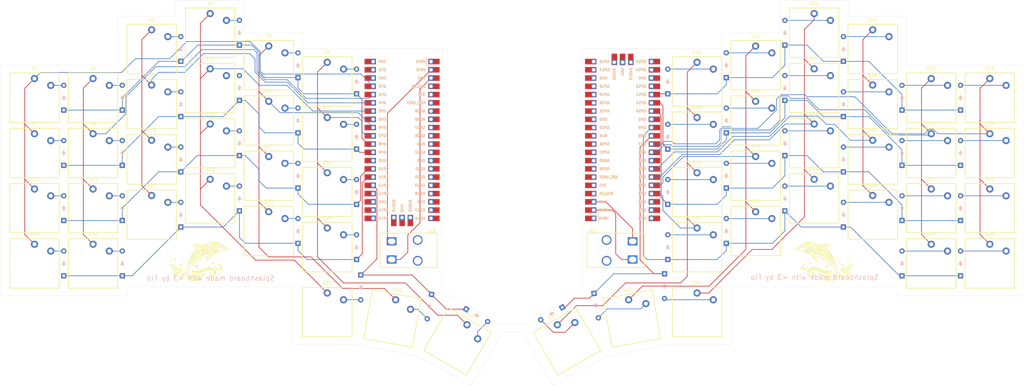
<source format=kicad_pcb>
(kicad_pcb (version 20240108) (generator "pcbnew") (generator_version "8.0")
  (layers (0 "F.Cu" signal) (31 "B.Cu" signal) (34 "B.Paste" user) (35 "F.Paste" user) (36 "B.SilkS" user "B.Silkscreen") (37 "F.SilkS" user "F.Silkscreen") (38 "B.Mask" user) (39 "F.Mask" user) (44 "Edge.Cuts" user))
  (net 0 "")
  (net 1 "Row 00")
  (net 2 "Net-(D1-A)")
  (net 3 "Net-(D2-A)")
  (net 4 "Net-(D3-A)")
  (net 5 "Net-(D4-A)")
  (net 6 "Net-(D5-A)")
  (net 7 "Net-(D6-A)")
  (net 8 "Net-(D7-A)")
  (net 9 "Row 01")
  (net 10 "Net-(D8-A)")
  (net 11 "Net-(D9-A)")
  (net 12 "Net-(D10-A)")
  (net 13 "Net-(D11-A)")
  (net 14 "Net-(D12-A)")
  (net 15 "Net-(D13-A)")
  (net 16 "Row 02")
  (net 17 "Net-(D14-A)")
  (net 18 "Net-(D15-A)")
  (net 19 "Net-(D16-A)")
  (net 20 "Net-(D17-A)")
  (net 21 "Net-(D18-A)")
  (net 22 "Net-(D19-A)")
  (net 23 "Row 03")
  (net 24 "Net-(D20-A)")
  (net 25 "Net-(D21-A)")
  (net 26 "Net-(D22-A)")
  (net 27 "Net-(D23-A)")
  (net 28 "Net-(D24-A)")
  (net 29 "Net-(D25-A)")
  (net 30 "Row 04")
  (net 31 "Net-(D26-A)")
  (net 32 "Net-(D27-A)")
  (net 33 "Net-(D28-A)")
  (net 34 "Row 10")
  (net 35 "Row 11")
  (net 36 "Net-(D29-A)")
  (net 37 "Net-(D30-A)")
  (net 38 "Row 12")
  (net 49 "Net-(U1-VSYS)")
  (net 70 "Net-(U3-3c)")
  (net 71 "Net-(D31-A)")
  (net 72 "Row 13")
  (net 73 "Net-(D32-A)")
  (net 74 "Net-(D33-A)")
  (net 75 "Net-(D34-A)")
  (net 76 "Net-(D35-A)")
  (net 77 "Net-(D36-A)")
  (net 78 "Net-(D37-A)")
  (net 79 "Net-(D38-A)")
  (net 80 "Net-(D39-A)")
  (net 81 "Net-(D40-A)")
  (net 82 "Net-(D41-A)")
  (net 83 "Net-(D42-A)")
  (net 84 "Net-(D43-A)")
  (net 85 "Row 14")
  (net 86 "Net-(D44-A)")
  (net 87 "Net-(D45-A)")
  (net 88 "Net-(D46-A)")
  (net 89 "Net-(D47-A)")
  (net 90 "Net-(D48-A)")
  (net 91 "Net-(D49-A)")
  (net 92 "Net-(D50-A)")
  (net 93 "Net-(D51-A)")
  (net 94 "Net-(D52-A)")
  (net 95 "Net-(D53-A)")
  (net 96 "Net-(D54-A)")
  (net 97 "Column 00")
  (net 98 "Column 01")
  (net 99 "Column 02")
  (net 100 "Column 03")
  (net 101 "Column 04")
  (net 102 "Column 05")
  (net 103 "Column 10")
  (net 104 "Column 11")
  (net 105 "Column 12")
  (net 106 "Column 13")
  (net 107 "Column 14")
  (net 108 "Column 15")
  (net 133 "Net-(U2-VSYS)")
  (net 138 "Net-(U5-3c)")
  (footprint "ScottoKeebs_MCU:Raspberry_Pi_Pico" (layer "F.Cu") (at 166.33 130.8)
    (property "Reference" "U1" (hide yes))
    (property "Value" "Raspberry_Pi_Pico" (hide yes))
  )
  (footprint "ScottoKeebs_Choc:Choc_V1_1.00u" (layer "F.Cu") (at 89.33 102.8)
    (property "Reference" "S3")
    (property "Value" "Keyswitch")
  )
  (footprint "ScottoKeebs_Choc:Choc_V1_1.00u" (layer "F.Cu") (at 89.33 119.8)
    (property "Reference" "S9")
    (property "Value" "Keyswitch")
  )
  (footprint "ScottoKeebs_Choc:Choc_V1_1.00u" (layer "F.Cu") (at 293 114.8)
    (property "Reference" "S37")
    (property "Value" "Keyswitch")
  )
  (footprint "ScottoKeebs_Choc:Choc_V1_1.00u" (layer "F.Cu") (at 329 151.8)
    (property "Reference" "S41")
    (property "Value" "Keyswitch")
  )
  (footprint "ScottoKeebs_Choc:Choc_V1_1.00u" (layer "F.Cu") (at 107.33 131.8)
    (property "Reference" "S16")
    (property "Value" "Keyswitch")
  )
  (footprint "ScottoKeebs_Choc:Choc_V1_1.00u" (layer "F.Cu") (at 143.33 146.8)
    (property "Reference" "S18")
    (property "Value" "Keyswitch")
  )
  (footprint "ScottoKeebs_Choc:Choc_V1_1.00u" (layer "F.Cu") (at 257 129.8)
    (property "Reference" "S39")
    (property "Value" "Keyswitch")
  )
  (footprint "ScottoKeebs_Choc:Choc_V1_1.00u" (layer "F.Cu") (at 53.33 134.8)
    (property "Reference" "S7")
    (property "Value" "Keyswitch")
  )
  (footprint "ScottoKeebs_Choc:Choc_V1_1.00u" (layer "F.Cu") (at 293 97.8)
    (property "Reference" "S31")
    (property "Value" "Keyswitch")
  )
  (footprint "ScottoKeebs_Choc:Choc_V1_1.00u" (layer "F.Cu") (at 71.33 168.8)
    (property "Reference" "S20")
    (property "Value" "Keyswitch")
  )
  (footprint "ScottoKeebs_Choc:Choc_V1_1.00u" (layer "F.Cu") (at 275 124.8)
    (property "Reference" "S38")
    (property "Value" "Keyswitch")
  )
  (footprint "ScottoKeebs_Choc:Choc_V1_1.00u" (layer "F.Cu") (at 275 141.8)
    (property "Reference" "S44")
    (property "Value" "Keyswitch")
  )
  (footprint "ScottoKeebs_Choc:Choc_V1_1.00u" (layer "F.Cu") (at 183.33 192.8 -30)
    (property "Reference" "S27")
    (property "Value" "Keyswitch")
  )
  (footprint "ScottoKeebs_Choc:Choc_V1_1.00u" (layer "F.Cu") (at 89.33 136.8)
    (property "Reference" "S15")
    (property "Value" "Keyswitch")
  )
  (footprint "ScottoKeebs_Choc:Choc_V1_1.00u" (layer "F.Cu") (at 275 107.8)
    (property "Reference" "S32")
    (property "Value" "Keyswitch")
  )
  (footprint "ScottoKeebs_Choc:Choc_V1_1.00u" (layer "F.Cu") (at 347 151.8)
    (property "Reference" "S40")
    (property "Value" "Keyswitch")
  )
  (footprint "ScottoKeebs_Choc:Choc_V1_1.00u" (layer "F.Cu") (at 107.33 114.8)
    (property "Reference" "S10")
    (property "Value" "Keyswitch")
  )
  (footprint "ScottoKeebs_Choc:Choc_V1_1.00u" (layer "F.Cu") (at 143.33 183.8)
    (property "Reference" "S25")
    (property "Value" "Keyswitch")
  )
  (footprint "ScottoKeebs_Choc:Choc_V1_1.00u" (layer "F.Cu") (at 53.33 117.8)
    (property "Reference" "S1")
    (property "Value" "Keyswitch")
  )
  (footprint "ScottoKeebs_Choc:Choc_V1_1.00u" (layer "F.Cu") (at 347 117.8)
    (property "Reference" "S28")
    (property "Value" "Keyswitch")
  )
  (footprint "ScottoKeebs_Choc:Choc_V1_1.00u" (layer "F.Cu") (at 71.33 151.8)
    (property "Reference" "S14")
    (property "Value" "Keyswitch")
  )
  (footprint "ScottoKeebs_Choc:Choc_V1_1.00u" (layer "F.Cu") (at 143.33 163.8)
    (property "Reference" "S24")
    (property "Value" "Keyswitch")
  )
  (footprint "ScottoKeebs_Choc:Choc_V1_1.00u" (layer "F.Cu") (at 163.33 185.8 -10)
    (property "Reference" "S26")
    (property "Value" "Keyswitch")
  )
  (footprint "ScottoKeebs_Choc:Choc_V1_1.00u" (layer "F.Cu") (at 329 134.8)
    (property "Reference" "S35")
    (property "Value" "Keyswitch")
  )
  (footprint "ScottoKeebs_Choc:Choc_V1_1.00u" (layer "F.Cu") (at 125.33 141.8)
    (property "Reference" "S17")
    (property "Value" "Keyswitch")
  )
  (footprint "LOGO" (layer "F.Cu") (at 296.00247 168.75)
    (property "Reference" "G***" (hide yes))
    (property "Value" "LOGO" (hide yes))
  )
  (footprint "ScottoKeebs_Choc:Choc_V1_1.00u" (layer "F.Cu") (at 293 131.8)
    (property "Reference" "S43")
    (property "Value" "Keyswitch")
  )
  (footprint "ScottoKeebs_Choc:Choc_V1_1.00u" (layer "F.Cu") (at 275 158.8)
    (property "Reference" "S50")
    (property "Value" "Keyswitch")
  )
  (footprint "ScottoKeebs_Choc:Choc_V1_1.00u" (layer "F.Cu") (at 217 192.8 30)
    (property "Reference" "S52")
    (property "Value" "Keyswitch")
  )
  (footprint "ScottoKeebs_Choc:Choc_V1_1.00u" (layer "F.Cu") (at 143.33 112.8)
    (property "Reference" "S6")
    (property "Value" "Keyswitch")
  )
  (footprint "ScottoKeebs_Choc:Choc_V1_1.00u" (layer "F.Cu") (at 311 119.8)
    (property "Reference" "S36")
    (property "Value" "Keyswitch")
  )
  (footprint "flosLibrary:Lumberg 1503 29 Klinken-Einbaubuchse" (layer "F.Cu") (at 168.33 164.8 180)
    (property "Reference" "U3")
    (property "Value" "~")
    (fp_circle (center 2.7 0) (end 4 0) (stroke (width 0.05)) (fill none) (layer "Edge.Cuts"))
    (fp_circle (center -4.3 0) (end -2.8 0) (stroke (width 0.05)) (fill none) (layer "Edge.Cuts"))
  )
  (footprint "ScottoKeebs_Choc:Choc_V1_1.00u" (layer "F.Cu") (at 53.33 168.8)
    (property "Reference" "S19")
    (property "Value" "Keyswitch")
  )
  (footprint "ScottoKeebs_Choc:Choc_V1_1.00u" (layer "F.Cu") (at 311 136.8)
    (property "Reference" "S42")
    (property "Value" "Keyswitch")
  )
  (footprint "ScottoKeebs_Choc:Choc_V1_1.00u" (layer "F.Cu") (at 257 112.8)
    (property "Reference" "S33")
    (property "Value" "Keyswitch")
  )
  (footprint "ScottoKeebs_Choc:Choc_V1_1.00u" (layer "F.Cu") (at 71.33 134.8)
    (property "Reference" "S8")
    (property "Value" "Keyswitch")
  )
  (footprint "ScottoKeebs_MCU:Raspberry_Pi_Pico" (layer "F.Cu") (at 234.11 130.8 180)
    (property "Reference" "U2" (hide yes))
    (property "Value" "Raspberry_Pi_Pico" (hide yes))
  )
  (footprint "ScottoKeebs_Choc:Choc_V1_1.00u" (layer "F.Cu") (at 329 117.8)
    (property "Reference" "S29")
    (property "Value" "Keyswitch")
  )
  (footprint "ScottoKeebs_Choc:Choc_V1_1.00u" (layer "F.Cu") (at 107.33 148.8)
    (property "Reference" "S22")
    (property "Value" "Keyswitch")
  )
  (footprint "ScottoKeebs_Choc:Choc_V1_1.00u" (layer "F.Cu") (at 89.33 153.8)
    (property "Reference" "S21")
    (property "Value" "Keyswitch")
  )
  (footprint "ScottoKeebs_Choc:Choc_V1_1.00u" (layer "F.Cu") (at 347 168.8)
    (property "Reference" "S46")
    (property "Value" "Keyswitch")
  )
  (footprint "ScottoKeebs_Choc:Choc_V1_1.00u" (layer "F.Cu") (at 329 168.8)
    (property "Reference" "S47")
    (property "Value" "Keyswitch")
  )
  (footprint "LOGO" (layer "F.Cu") (at 104 168.75)
    (property "Reference" "G***" (hide yes))
    (property "Value" "LOGO" (hide yes))
  )
  (footprint "ScottoKeebs_Choc:Choc_V1_1.00u" (layer "F.Cu") (at 237 185.8 10)
    (property "Reference" "S53")
    (property "Value" "Keyswitch")
  )
  (footprint "ScottoKeebs_Choc:Choc_V1_1.00u" (layer "F.Cu") (at 107.33 97.8)
    (property "Reference" "S4")
    (property "Value" "Keyswitch")
  )
  (footprint "ScottoKeebs_Choc:Choc_V1_1.00u" (layer "F.Cu") (at 143.33 129.8)
    (property "Reference" "S12")
    (property "Value" "Keyswitch")
  )
  (footprint "ScottoKeebs_Choc:Choc_V1_1.00u" (layer "F.Cu") (at 257 163.8)
    (property "Reference" "S51")
    (property "Value" "Keyswitch")
  )
  (footprint "ScottoKeebs_Choc:Choc_V1_1.00u" (layer "F.Cu") (at 311 102.8)
    (property "Reference" "S30")
    (property "Value" "Keyswitch")
  )
  (footprint "ScottoKeebs_Choc:Choc_V1_1.00u" (layer "F.Cu") (at 125.33 124.8)
    (property "Reference" "S11")
    (property "Value" "Keyswitch")
  )
  (footprint "ScottoKeebs_Choc:Choc_V1_1.00u" (layer "F.Cu") (at 311 153.8)
    (property "Reference" "S48")
    (property "Value" "Keyswitch")
  )
  (footprint "ScottoKeebs_Choc:Choc_V1_1.00u" (layer "F.Cu") (at 257 146.8)
    (property "Reference" "S45")
    (property "Value" "Keyswitch")
  )
  (footprint "ScottoKeebs_Choc:Choc_V1_1.00u" (layer "F.Cu") (at 125.33 158.8)
    (property "Reference" "S23")
    (property "Value" "Keyswitch")
  )
  (footprint "ScottoKeebs_Choc:Choc_V1_1.00u" (layer "F.Cu") (at 53.33 151.8)
    (property "Reference" "S13")
    (property "Value" "Keyswitch")
  )
  (footprint "ScottoKeebs_Choc:Choc_V1_1.00u" (layer "F.Cu") (at 293 148.8)
    (property "Reference" "S49")
    (property "Value" "Keyswitch")
  )
  (footprint "flosLibrary:Lumberg 1503 29 Klinken-Einbaubuchse" (layer "F.Cu") (at 232 164.8)
    (property "Reference" "U5")
    (property "Value" "~")
    (fp_circle (center -4.3 0) (end -2.8 0) (stroke (width 0.05)) (fill none) (layer "Edge.Cuts"))
    (fp_circle (center 2.7 0) (end 4 0) (stroke (width 0.05)) (fill none) (layer "Edge.Cuts"))
  )
  (footprint "ScottoKeebs_Choc:Choc_V1_1.00u" (layer "F.Cu") (at 257 183.8)
    (property "Reference" "S54")
    (property "Value" "Keyswitch")
  )
  (footprint "ScottoKeebs_Choc:Choc_V1_1.00u" (layer "F.Cu") (at 71.33 117.8)
    (property "Reference" "S2")
    (property "Value" "Keyswitch")
  )
  (footprint "ScottoKeebs_Choc:Choc_V1_1.00u" (layer "F.Cu") (at 125.33 107.8)
    (property "Reference" "S5")
    (property "Value" "Keyswitch")
  )
  (footprint "ScottoKeebs_Choc:Choc_V1_1.00u" (layer "F.Cu") (at 347 134.8)
    (property "Reference" "S34")
    (property "Value" "Keyswitch")
  )
  (footprint "ScottoKeebs_Components:Diode_DO-35" (layer "B.Cu") (at 302 123.61 90)
    (property "Reference" "D36" (hide yes))
    (property "Value" "Diode" (hide yes))
  )
  (footprint "ScottoKeebs_Components:Diode_DO-35" (layer "B.Cu") (at 284 101.61 90)
    (property "Reference" "D31" (hide yes))
    (property "Value" "Diode" (hide yes))
  )
  (footprint "ScottoKeebs_Components:Diode_DO-35" (layer "B.Cu") (at 248 150.61 90)
    (property "Reference" "D45" (hide yes))
    (property "Value" "Diode" (hide yes))
  )
  (footprint "ScottoKeebs_Components:Diode_DO-35" (layer "B.Cu") (at 320 155.61 90)
    (property "Reference" "D41" (hide yes))
    (property "Value" "Diode" (hide yes))
  )
  (footprint "ScottoKeebs_Components:Diode_DO-35" (layer "B.Cu") (at 320 138.61 90)
    (property "Reference" "D35" (hide yes))
    (property "Value" "Diode" (hide yes))
  )
  (footprint "ScottoKeebs_Components:Diode_DO-35" (layer "B.Cu") (at 248 167.61 90)
    (property "Reference" "D51" (hide yes))
    (property "Value" "Diode" (hide yes))
  )
  (footprint "ScottoKeebs_Components:Diode_DO-35" (layer "B.Cu") (at 152.33 167.61 90)
    (property "Reference" "D24" (hide yes))
    (property "Value" "Diode" (hide yes))
  )
  (footprint "ScottoKeebs_Components:Diode_DO-35" (layer "B.Cu") (at 266 145.61 90)
    (property "Reference" "D44" (hide yes))
    (property "Value" "Diode" (hide yes))
  )
  (footprint "ScottoKeebs_Components:Diode_DO-35" (layer "B.Cu") (at 284 135.61 90)
    (property "Reference" "D43" (hide yes))
    (property "Value" "Diode" (hide yes))
  )
  (footprint "ScottoKeebs_Components:Diode_DO-35" (layer "B.Cu") (at 152.33 116.61 90)
    (property "Reference" "D6" (hide yes))
    (property "Value" "Diode" (hide yes))
  )
  (footprint "ScottoKeebs_Components:Diode_DO-35" (layer "B.Cu") (at 116.33 152.61 90)
    (property "Reference" "D22" (hide yes))
    (property "Value" "Diode" (hide yes))
  )
  (footprint "ScottoKeebs_Components:Diode_DO-35" (layer "B.Cu") (at 266 128.61 90)
    (property "Reference" "D38" (hide yes))
    (property "Value" "Diode" (hide yes))
  )
  (footprint "ScottoKeebs_Components:Diode_DO-35" (layer "B.Cu") (at 98.33 123.61 90)
    (property "Reference" "D9" (hide yes))
    (property "Value" "Diode" (hide yes))
  )
  (footprint "ScottoKeebs_Components:Diode_DO-35" (layer "B.Cu") (at 134.33 128.61 90)
    (property "Reference" "D11" (hide yes))
    (property "Value" "Diode" (hide yes))
  )
  (footprint "ScottoKeebs_Components:Diode_DO-35" (layer "B.Cu") (at 266 162.61 90)
    (property "Reference" "D50" (hide yes))
    (property "Value" "Diode" (hide yes))
  )
  (footprint "ScottoKeebs_Components:Diode_DO-35" (layer "B.Cu") (at 302 157.61 90)
    (property "Reference" "D48" (hide yes))
    (property "Value" "Diode" (hide yes))
  )
  (footprint "ScottoKeebs_Components:Diode_DO-35" (layer "B.Cu") (at 284 118.61 90)
    (property "Reference" "D37" (hide yes))
    (property "Value" "Diode" (hide yes))
  )
  (footprint "ScottoKeebs_Components:Diode_DO-35" (layer "B.Cu") (at 98.33 140.61 90)
    (property "Reference" "D15" (hide yes))
    (property "Value" "Diode" (hide yes))
  )
  (footprint "ScottoKeebs_Components:Diode_DO-35" (layer "B.Cu") (at 225.338401 178.047883 -80)
    (property "Reference" "D53" (hide yes))
    (property "Value" "Diode" (hide yes))
  )
  (footprint "ScottoKeebs_Components:Diode_DO-35" (layer "B.Cu") (at 116.33 101.61 90)
    (property "Reference" "D4" (hide yes))
    (property "Value" "Diode" (hide yes))
  )
  (footprint "ScottoKeebs_Components:Diode_DO-35" (layer "B.Cu") (at 320 121.61 90)
    (property "Reference" "D29" (hide yes))
    (property "Value" "Diode" (hide yes))
  )
  (footprint "ScottoKeebs_Components:Diode_DO-35" (layer "B.Cu") (at 338 138.61 90)
    (property "Reference" "D34" (hide yes))
    (property "Value" "Diode" (hide yes))
  )
  (footprint "ScottoKeebs_Components:Diode_DO-35" (layer "B.Cu") (at 248 116.61 90)
    (property "Reference" "D33" (hide yes))
    (property "Value" "Diode" (hide yes))
  )
  (footprint "ScottoKeebs_Components:Diode_DO-35" (layer "B.Cu") (at 62.33 172.61 90)
    (property "Reference" "D19" (hide yes))
    (property "Value" "Diode" (hide yes))
  )
  (footprint "ScottoKeebs_Components:Diode_DO-35" (layer "B.Cu") (at 98.33 106.61 90)
    (property "Reference" "D3" (hide yes))
    (property "Value" "Diode" (hide yes))
  )
  (footprint "ScottoKeebs_Components:Diode_DO-35" (layer "B.Cu") (at 80.33 155.61 90)
    (property "Reference" "D14" (hide yes))
    (property "Value" "Diode" (hide yes))
  )
  (footprint "ScottoKeebs_Components:Diode_DO-35" (layer "B.Cu") (at 62.33 155.61 90)
    (property "Reference" "D13" (hide yes))
    (property "Value" "Diode" (hide yes))
  )
  (footprint "ScottoKeebs_Components:Diode_DO-35" (layer "B.Cu") (at 98.33 157.61 90)
    (property "Reference" "D21" (hide yes))
    (property "Value" "Diode" (hide yes))
  )
  (footprint "ScottoKeebs_Components:Diode_DO-35" (layer "B.Cu") (at 116.33 135.61 90)
    (property "Reference" "D16" (hide yes))
    (property "Value" "Diode" (hide yes))
  )
  (footprint "ScottoKeebs_Components:Diode_DO-35" (layer "B.Cu") (at 134.33 145.61 90)
    (property "Reference" "D17" (hide yes))
    (property "Value" "Diode" (hide yes))
  )
  (footprint "ScottoKeebs_Components:Diode_DO-35" (layer "B.Cu") (at 247 171.99 -90)
    (property "Reference" "D54" (hide yes))
    (property "Value" "Diode" (hide yes))
  )
  (footprint "ScottoKeebs_Components:Diode_DO-35" (layer "B.Cu") (at 116.33 118.61 90)
    (property "Reference" "D10" (hide yes))
    (property "Value" "Diode" (hide yes))
  )
  (footprint "ScottoKeebs_Components:Diode_DO-35" (layer "B.Cu") (at 134.33 162.61 90)
    (property "Reference" "D23" (hide yes))
    (property "Value" "Diode" (hide yes))
  )
  (footprint "ScottoKeebs_Components:Diode_DO-35" (layer "B.Cu") (at 152.33 150.61 90)
    (property "Reference" "D18" (hide yes))
    (property "Value" "Diode" (hide yes))
  )
  (footprint "ScottoKeebs_Components:Diode_DO-35" (layer "B.Cu") (at 284 152.61 90)
    (property "Reference" "D49" (hide yes))
    (property "Value" "Diode" (hide yes))
  )
  (footprint "ScottoKeebs_Components:Diode_DO-35" (layer "B.Cu") (at 80.33 121.61 90)
    (property "Reference" "D2" (hide yes))
    (property "Value" "Diode" (hide yes))
  )
  (footprint "ScottoKeebs_Components:Diode_DO-35" (layer "B.Cu") (at 62.33 121.61 90)
    (property "Reference" "D1" (hide yes))
    (property "Value" "Diode" (hide yes))
  )
  (footprint "ScottoKeebs_Components:Diode_DO-35" (layer "B.Cu") (at 302 106.61 90)
    (property "Reference" "D30" (hide yes))
    (property "Value" "Diode" (hide yes))
  )
  (footprint "ScottoKeebs_Components:Diode_DO-35" (layer "B.Cu") (at 302 140.61 90)
    (property "Reference" "D42" (hide yes))
    (property "Value" "Diode" (hide yes))
  )
  (footprint "ScottoKeebs_Components:Diode_DO-35" (layer "B.Cu") (at 80.33 138.61 90)
    (property "Reference" "D8" (hide yes))
    (property "Value" "Diode" (hide yes))
  )
  (footprint "ScottoKeebs_Components:Diode_DO-35" (layer "B.Cu") (at 152.33 133.61 90)
    (property "Reference" "D12" (hide yes))
    (property "Value" "Diode" (hide yes))
  )
  (footprint "ScottoKeebs_Components:Diode_DO-35" (layer "B.Cu") (at 266 111.61 90)
    (property "Reference" "D32" (hide yes))
    (property "Value" "Diode" (hide yes))
  )
  (footprint "ScottoKeebs_Components:Diode_DO-35" (layer "B.Cu") (at 62.33 138.61 90)
    (property "Reference" "D7" (hide yes))
    (property "Value" "Diode" (hide yes))
  )
  (footprint "ScottoKeebs_Components:Diode_DO-35" (layer "B.Cu") (at 80.33 172.61 90)
    (property "Reference" "D20" (hide yes))
    (property "Value" "Diode" (hide yes))
  )
  (footprint "ScottoKeebs_Components:Diode_DO-35" (layer "B.Cu") (at 320 172.61 90)
    (property "Reference" "D47" (hide yes))
    (property "Value" "Diode" (hide yes))
  )
  (footprint "ScottoKeebs_Components:Diode_DO-35" (layer "B.Cu") (at 338 155.61 90)
    (property "Reference" "D40" (hide yes))
    (property "Value" "Diode" (hide yes))
  )
  (footprint "ScottoKeebs_Components:Diode_DO-35" (layer "B.Cu") (at 175.3916 178.347883 -100)
    (property "Reference" "D26" (hide yes))
    (property "Value" "Diode" (hide yes))
  )
  (footprint "ScottoKeebs_Components:Diode_DO-35" (layer "B.Cu") (at 248 133.61 90)
    (property "Reference" "D39" (hide yes))
    (property "Value" "Diode" (hide yes))
  )
  (footprint "ScottoKeebs_Components:Diode_DO-35" (layer "B.Cu") (at 338 121.61 90)
    (property "Reference" "D28" (hide yes))
    (property "Value" "Diode" (hide yes))
  )
  (footprint "ScottoKeebs_Components:Diode_DO-35" (layer "B.Cu") (at 134.33 111.61 90)
    (property "Reference" "D5" (hide yes))
    (property "Value" "Diode" (hide yes))
  )
  (footprint "ScottoKeebs_Components:Diode_DO-35" (layer "B.Cu") (at 153.63 172.39 -90)
    (property "Reference" "D25" (hide yes))
    (property "Value" "Diode" (hide yes))
  )
  (footprint "ScottoKeebs_Components:Diode_DO-35" (layer "B.Cu") (at 186.030444 182.895 -30)
    (property "Reference" "D27" (hide yes))
    (property "Value" "Diode" (hide yes))
  )
  (footprint "ScottoKeebs_Components:Diode_DO-35" (layer "B.Cu") (at 215.549557 182.345 -150)
    (property "Reference" "D52" (hide yes))
    (property "Value" "Diode" (hide yes))
  )
  (footprint "ScottoKeebs_Components:Diode_DO-35" (layer "B.Cu") (at 338 172.61 90)
    (property "Reference" "D46" (hide yes))
    (property "Value" "Diode" (hide yes))
  )
  (gr_poly (pts (xy 42.75 178.75) (xy 81.75 178.75) (xy 81.75 176) (xy 132.75 176) (xy 132.75 193.75) (xy 152.25 193.75) (xy 171 197.25) (xy 187.5 206.5) (xy 197.25 190) (xy 203.25 190) (xy 212.75 206.5) (xy 229.75 197.25) (xy 248 193.75) (xy 267.5 193.75) (xy 267.5 176) (xy 318.5 176) (xy 318.5 178.75) (xy 357.5 178.75) (xy 357.5 107.75) (xy 321.5 107.75) (xy 321.5 92.75) (xy 303.5 92.75) (xy 303.5 87.75) (xy 282.5 87.75) (xy 282.5 97.75) (xy 264.5 97.75) (xy 264.5 102.75) (xy 221.5 102.75) (xy 221.5 177.5) (xy 204 187.5) (xy 196.5 187.5) (xy 178.75 177.25) (xy 178.75 102.75) (xy 135.75 102.75) (xy 135.75 97.75) (xy 117.75 97.75) (xy 117.75 87.75) (xy 96.75 87.75) (xy 96.75 92.75) (xy 78.75 92.75) (xy 78.75 107.75) (xy 42.75 107.75)) (stroke (width 0.05)) (fill none) (layer "Edge.Cuts"))
  (gr_text "Splashboard made with <3 by Flo " (at 312.84 173.95 0) (layer "B.SilkS") (effects (font (size 1.5 1.5)) (justify left bottom mirror)))
  (gr_text "Splashboard made with <3 by Flo " (at 127.19 174.2 0) (layer "B.SilkS") (effects (font (size 1.5 1.5)) (justify left bottom mirror)))
  (segment (start 154 130.25) (end 155.82 132.07) (width 0.2) (layer "F.Cu") (net 1))
  (segment (start 155.82 132.07) (end 157.44 132.07) (width 0.2) (layer "F.Cu") (net 1))
  (segment (start 154 118.28) (end 154 130.25) (width 0.2) (layer "F.Cu") (net 1))
  (segment (start 152.33 116.61) (end 154 118.28) (width 0.2) (layer "F.Cu") (net 1))
  (segment (start 122.33 109.8) (end 124.14 111.61) (width 0.2) (layer "B.Cu") (net 1))
  (segment (start 80.33 117.8) (end 91.52 106.61) (width 0.2) (layer "B.Cu") (net 1))
  (segment (start 134.33 114.8) (end 136.14 116.61) (width 0.2) (layer "B.Cu") (net 1))
  (segment (start 120.14 101.61) (end 122.33 103.8) (width 0.2) (layer "B.Cu") (net 1))
  (segment (start 124.14 111.61) (end 134.33 111.61) (width 0.2) (layer "B.Cu") (net 1))
  (segment (start 91.52 106.61) (end 98.33 106.61) (width 0.2) (layer "B.Cu") (net 1))
  (segment (start 62.33 121.61) (end 80.33 121.61) (width 0.2) (layer "B.Cu") (net 1))
  (segment (start 122.33 103.8) (end 122.33 109.8) (width 0.2) (layer "B.Cu") (net 1))
  (segment (start 103.52 101.61) (end 116.33 101.61) (width 0.2) (layer "B.Cu") (net 1))
  (segment (start 136.14 116.61) (end 152.33 116.61) (width 0.2) (layer "B.Cu") (net 1))
  (segment (start 80.33 121.61) (end 80.33 117.8) (width 0.2) (layer "B.Cu") (net 1))
  (segment (start 98.33 106.61) (end 98.52 106.61) (width 0.2) (layer "B.Cu") (net 1))
  (segment (start 116.33 101.61) (end 120.14 101.61) (width 0.2) (layer "B.Cu") (net 1))
  (segment (start 134.33 111.61) (end 134.33 114.8) (width 0.2) (layer "B.Cu") (net 1))
  (segment (start 98.52 106.61) (end 103.52 101.61) (width 0.2) (layer "B.Cu") (net 1))
  (segment (start 62.32 114) (end 62.33 113.99) (width 0.2) (layer "B.Cu") (net 2))
  (segment (start 58.33 114) (end 62.32 114) (width 0.2) (layer "B.Cu") (net 2))
  (segment (start 76.33 114) (end 80.32 114) (width 0.2) (layer "B.Cu") (net 3))
  (segment (start 80.32 114) (end 80.33 113.99) (width 0.2) (layer "B.Cu") (net 3))
  (segment (start 98.32 99) (end 98.33 98.99) (width 0.2) (layer "B.Cu") (net 4))
  (segment (start 94.33 99) (end 98.32 99) (width 0.2) (layer "B.Cu") (net 4))
  (segment (start 112.33 94) (end 116.32 94) (width 0.2) (layer "B.Cu") (net 5))
  (segment (start 116.32 94) (end 116.33 93.99) (width 0.2) (layer "B.Cu") (net 5))
  (segment (start 134.32 104) (end 134.33 103.99) (width 0.2) (layer "B.Cu") (net 6))
  (segment (start 130.33 104) (end 134.32 104) (width 0.2) (layer "B.Cu") (net 6))
  (segment (start 152.32 109) (end 152.33 108.99) (width 0.2) (layer "B.Cu") (net 7))
  (segment (start 148.33 109) (end 152.32 109) (width 0.2) (layer "B.Cu") (net 7))
  (segment (start 58.33 131) (end 62.32 131) (width 0.2) (layer "B.Cu") (net 8))
  (segment (start 62.32 131) (end 62.33 130.99) (width 0.2) (layer "B.Cu") (net 8))
  (segment (start 157.44 134.61) (end 153.33 134.61) (width 0.2) (layer "F.Cu") (net 9))
  (segment (start 153.33 134.61) (end 152.33 133.61) (width 0.2) (layer "F.Cu") (net 9))
  (segment (start 122.33 126.8) (end 124.14 128.61) (width 0.2) (layer "B.Cu") (net 9))
  (segment (start 116.33 118.61) (end 118.14 118.61) (width 0.2) (layer "B.Cu") (net 9))
  (segment (start 111.33 123.61) (end 116.33 118.61) (width 0.2) (layer "B.Cu") (net 9))
  (segment (start 122.33 122.8) (end 122.33 126.8) (width 0.2) (layer "B.Cu") (net 9))
  (segment (start 134.33 131.8) (end 136.14 133.61) (width 0.2) (layer "B.Cu") (net 9))
  (segment (start 136.14 133.61) (end 152.33 133.61) (width 0.2) (layer "B.Cu") (net 9))
  (segment (start 118.14 118.61) (end 122.33 122.8) (width 0.2) (layer "B.Cu") (net 9))
  (segment (start 80.33 134.8) (end 91.52 123.61) (width 0.2) (layer "B.Cu") (net 9))
  (segment (start 62.33 138.61) (end 80.33 138.61) (width 0.2) (layer "B.Cu") (net 9))
  (segment (start 124.14 128.61) (end 134.33 128.61) (width 0.2) (layer "B.Cu") (net 9))
  (segment (start 98.33 123.61) (end 111.33 123.61) (width 0.2) (layer "B.Cu") (net 9))
  (segment (start 80.33 138.61) (end 80.33 134.8) (width 0.2) (layer "B.Cu") (net 9))
  (segment (start 91.52 123.61) (end 98.33 123.61) (width 0.2) (layer "B.Cu") (net 9))
  (segment (start 134.33 128.61) (end 134.33 131.8) (width 0.2) (layer "B.Cu") (net 9))
  (segment (start 76.33 131) (end 80.32 131) (width 0.2) (layer "B.Cu") (net 10))
  (segment (start 80.32 131) (end 80.33 130.99) (width 0.2) (layer "B.Cu") (net 10))
  (segment (start 94.33 116) (end 98.32 116) (width 0.2) (layer "B.Cu") (net 11))
  (segment (start 98.32 116) (end 98.33 115.99) (width 0.2) (layer "B.Cu") (net 11))
  (segment (start 130.33 121) (end 134.32 121) (width 0.2) (layer "B.Cu") (net 13))
  (segment (start 134.32 121) (end 134.33 120.99) (width 0.2) (layer "B.Cu") (net 13))
  (segment (start 148.33 126) (end 152.32 126) (width 0.2) (layer "B.Cu") (net 14))
  (segment (start 152.32 126) (end 152.33 125.99) (width 0.2) (layer "B.Cu") (net 14))
  (segment (start 62.32 148) (end 62.33 147.99) (width 0.2) (layer "B.Cu") (net 15))
  (segment (start 58.33 148) (end 62.32 148) (width 0.2) (layer "B.Cu") (net 15))
  (segment (start 157.44 139.69) (end 155.88 139.69) (width 0.2) (layer "F.Cu") (net 16))
  (segment (start 155.88 139.69) (end 153.58 141.99) (width 0.2) (layer "F.Cu") (net 16))
  (segment (start 153.58 149.36) (end 152.33 150.61) (width 0.2) (layer "F.Cu") (net 16))
  (segment (start 153.58 141.99) (end 153.58 149.36) (width 0.2) (layer "F.Cu") (net 16))
  (segment (start 80.33 155.61) (end 62.33 155.61) (width 0.2) (layer "B.Cu") (net 16))
  (segment (start 137.52 150.61) (end 152.33 150.61) (width 0.2) (layer "B.Cu") (net 16))
  (segment (start 134.33 145.61) (end 124.52 145.61) (width 0.2) (layer "B.Cu") (net 16))
  (segment (start 124.52 145.61) (end 122.33 143.42) (width 0.2) (layer "B.Cu") (net 16))
  (segment (start 122.33 139.8) (end 118.14 135.61) (width 0.2) (layer "B.Cu") (net 16))
  (segment (start 134.33 147.42) (end 134.33 145.61) (width 0.2) (layer "B.Cu") (net 16))
  (segment (start 122.33 143.42) (end 122.33 139.8) (width 0.2) (layer "B.Cu") (net 16))
  (segment (start 80.33 151.8) (end 80.33 155.61) (width 0.2) (layer "B.Cu") (net 16))
  (segment (start 137.52 150.61) (end 134.33 147.42) (width 0.2) (layer "B.Cu") (net 16))
  (segment (start 118.14 135.61) (end 116.33 135.61) (width 0.2) (layer "B.Cu") (net 16))
  (segment (start 91.52 140.61) (end 98.33 140.61) (width 0.2) (layer "B.Cu") (net 16))
  (segment (start 80.33 151.8) (end 91.52 140.61) (width 0.2) (layer "B.Cu") (net 16))
  (segment (start 103.33 135.61) (end 98.33 140.61) (width 0.2) (layer "B.Cu") (net 16))
  (segment (start 116.33 135.61) (end 103.33 135.61) (width 0.2) (layer "B.Cu") (net 16))
  (segment (start 80.32 148) (end 80.33 147.99) (width 0.2) (layer "B.Cu") (net 17))
  (segment (start 76.33 148) (end 80.32 148) (width 0.2) (layer "B.Cu") (net 17))
  (segment (start 98.32 133) (end 98.33 132.99) (width 0.2) (layer "B.Cu") (net 18))
  (segment (start 94.33 133) (end 98.32 133) (width 0.2) (layer "B.Cu") (net 18))
  (segment (start 116.32 128) (end 116.33 127.99) (width 0.2) (layer "B.Cu") (net 19))
  (segment (start 112.33 128) (end 116.32 128) (width 0.2) (layer "B.Cu") (net 19))
  (segment (start 130.33 138) (end 134.32 138) (width 0.2) (layer "B.Cu") (net 20))
  (segment (start 134.32 138) (end 134.33 137.99) (width 0.2) (layer "B.Cu") (net 20))
  (segment (start 148.33 143) (end 152.32 143) (width 0.2) (layer "B.Cu") (net 21))
  (segment (start 152.32 143) (end 152.33 142.99) (width 0.2) (layer "B.Cu") (net 21))
  (segment (start 58.33 165) (end 62.32 165) (width 0.2) (layer "B.Cu") (net 22))
  (segment (start 62.32 165) (end 62.33 164.99) (width 0.2) (layer "B.Cu") (net 22))
  (segment (start 154.08 144.03) (end 154.08 165.86) (width 0.2) (layer "F.Cu") (net 23))
  (segment (start 157.44 142.23) (end 155.88 142.23) (width 0.2) (layer "F.Cu") (net 23))
  (segment (start 155.88 142.23) (end 154.08 144.03) (width 0.2) (layer "F.Cu") (net 23))
  (segment (start 154.08 165.86) (end 152.33 167.61) (width 0.2) (layer "F.Cu") (net 23))
  (segment (start 116.33 152.61) (end 116.33 160.8) (width 0.2) (layer "B.Cu") (net 23))
  (segment (start 134.33 162.61) (end 134.33 164.8) (width 0.2) (layer "B.Cu") (net 23))
  (segment (start 80.33 172.61) (end 83.33 172.61) (width 0.2) (layer "B.Cu") (net 23))
  (segment (start 116.33 160.8) (end 118.14 162.61) (width 0.2) (layer "B.Cu") (net 23))
  (segment (start 137.14 167.61) (end 152.33 167.61) (width 0.2) (layer "B.Cu") (net 23))
  (segment (start 98.33 157.61) (end 111.33 157.61) (width 0.2) (layer "B.Cu") (net 23))
  (segment (start 62.33 172.61) (end 80.33 172.61) (width 0.2) (layer "B.Cu") (net 23))
  (segment (start 111.33 157.61) (end 116.33 152.61) (width 0.2) (layer "B.Cu") (net 23))
  (segment (start 83.33 172.61) (end 98.33 157.61) (width 0.2) (layer "B.Cu") (net 23))
  (segment (start 118.14 162.61) (end 134.33 162.61) (width 0.2) (layer "B.Cu") (net 23))
  (segment (start 134.33 164.8) (end 137.14 167.61) (width 0.2) (layer "B.Cu") (net 23))
  (segment (start 76.33 165) (end 80.32 165) (width 0.2) (layer "B.Cu") (net 24))
  (segment (start 80.32 165) (end 80.33 164.99) (width 0.2) (layer "B.Cu") (net 24))
  (segment (start 98.32 150) (end 98.33 149.99) (width 0.2) (layer "B.Cu") (net 25))
  (segment (start 94.33 150) (end 98.32 150) (width 0.2) (layer "B.Cu") (net 25))
  (segment (start 112.33 145) (end 116.32 145) (width 0.2) (layer "B.Cu") (net 26))
  (segment (start 116.32 145) (end 116.33 144.99) (width 0.2) (layer "B.Cu") (net 26))
  (segment (start 134.32 155) (end 134.33 154.99) (width 0.2) (layer "B.Cu") (net 27))
  (segment (start 130.33 155) (end 134.32 155) (width 0.2) (layer "B.Cu") (net 27))
  (segment (start 152.32 160) (end 152.33 159.99) (width 0.2) (layer "B.Cu") (net 28))
  (segment (start 148.33 160) (end 152.32 160) (width 0.2) (layer "B.Cu") (net 28))
  (segment (start 148.33 180) (end 153.62 180) (width 0.2) (layer "B.Cu") (net 29))
  (segment (start 153.62 180) (end 153.63 180.01) (width 0.2) (layer "B.Cu") (net 29))
  (segment (start 158.59 145.92) (end 158.59 167.43) (width 0.2) (layer "F.Cu") (net 30))
  (segment (start 169.433717 172.39) (end 153.63 172.39) (width 0.2) (layer "F.Cu") (net 30))
  (segment (start 158.59 167.43) (end 153.63 172.39) (width 0.2) (layer "F.Cu") (net 30))
  (segment (start 175.3916 178.347883) (end 169.433717 172.39) (width 0.2) (layer "F.Cu") (net 30))
  (segment (start 157.44 144.77) (end 158.59 145.92) (width 0.2) (layer "F.Cu") (net 30))
  (segment (start 186.030444 182.895) (end 179.938717 182.895) (width 0.2) (layer "F.Cu") (net 30))
  (segment (start 179.938717 182.895) (end 175.3916 178.347883) (width 0.2) (layer "F.Cu") (net 30))
  (segment (start 171.142254 182.925972) (end 174.0684 185.852118) (width 0.2) (layer "B.Cu") (net 31))
  (segment (start 168.913902 182.925972) (end 171.142254 182.925972) (width 0.2) (layer "B.Cu") (net 31))
  (segment (start 189.560128 192.009104) (end 189.560128 189.774431) (width 0.2) (layer "B.Cu") (net 32))
  (segment (start 189.560128 189.774431) (end 192.629559 186.705) (width 0.2) (layer "B.Cu") (net 32))
  (segment (start 351.99 113.99) (end 352 114) (width 0.2) (layer "B.Cu") (net 33))
  (segment (start 338 113.99) (end 351.99 113.99) (width 0.2) (layer "B.Cu") (net 33))
  (segment (start 243.22 116.61) (end 243 116.83) (width 0.2) (layer "F.Cu") (net 34))
  (segment (start 248 116.61) (end 243.22 116.61) (width 0.2) (layer "F.Cu") (net 34))
  (segment (start 295.81 106.61) (end 290.81 101.61) (width 0.2) (layer "B.Cu") (net 34))
  (segment (start 290.81 101.61) (end 284 101.61) (width 0.2) (layer "B.Cu") (net 34))
  (segment (start 284 101.61) (end 284 107.8) (width 0.2) (layer "B.Cu") (net 34))
  (segment (start 309.81 106.61) (end 302 106.61) (width 0.2) (layer "B.Cu") (net 34))
  (segment (start 263.19 116.61) (end 248 116.61) (width 0.2) (layer "B.Cu") (net 34))
  (segment (start 302 106.61) (end 295.81 106.61) (width 0.2) (layer "B.Cu") (net 34))
  (segment (start 320 116.8) (end 309.81 106.61) (width 0.2) (layer "B.Cu") (net 34))
  (segment (start 266 111.61) (end 266 113.8) (width 0.2) (layer "B.Cu") (net 34))
  (segment (start 280.19 111.61) (end 266 111.61) (width 0.2) (layer "B.Cu") (net 34))
  (segment (start 320 121.61) (end 320 116.8) (width 0.2) (layer "B.Cu") (net 34))
  (segment (start 284 107.8) (end 280.19 111.61) (width 0.2) (layer "B.Cu") (net 34))
  (segment (start 338 121.61) (end 320 121.61) (width 0.2) (layer "B.Cu") (net 34))
  (segment (start 266 113.8) (end 263.19 116.61) (width 0.2) (layer "B.Cu") (net 34))
  (segment (start 246.5 120.25) (end 245.62 119.37) (width 0.2) (layer "F.Cu") (net 35))
  (segment (start 246.5 132.11) (end 246.5 120.25) (width 0.2) (layer "F.Cu") (net 35))
  (segment (start 245.62 119.37) (end 243 119.37) (width 0.2) (layer "F.Cu") (net 35))
  (segment (start 248 133.61) (end 246.5 132.11) (width 0.2) (layer "F.Cu") (net 35))
  (segment (start 338 138.61) (end 320 138.61) (width 0.2) (layer "B.Cu") (net 35))
  (segment (start 284 124) (end 284 118.61) (width 0.2) (layer "B.Cu") (net 35))
  (segment (start 290.81 118.61) (end 284 118.61) (width 0.2) (layer "B.Cu") (net 35))
  (segment (start 309.81 123.61) (end 302 123.61) (width 0.2) (layer "B.Cu") (net 35))
  (segment (start 320 133.8) (end 309.81 123.61) (width 0.2) (layer "B.Cu") (net 35))
  (segment (start 266 128.61) (end 279.39 128.61) (width 0.2) (layer "B.Cu") (net 35))
  (segment (start 279.39 128.61) (end 284 124) (width 0.2) (layer "B.Cu") (net 35))
  (segment (start 266 130.8) (end 263.19 133.61) (width 0.2) (layer "B.Cu") (net 35))
  (segment (start 263.19 133.61) (end 248 133.61) (width 0.2) (layer "B.Cu") (net 35))
  (segment (start 302 123.61) (end 295.81 123.61) (width 0.2) (layer "B.Cu") (net 35))
  (segment (start 266 128.61) (end 266 130.8) (width 0.2) (layer "B.Cu") (net 35))
  (segment (start 295.81 123.61) (end 290.81 118.61) (width 0.2) (layer "B.Cu") (net 35))
  (segment (start 320 138.61) (end 320 133.8) (width 0.2) (layer "B.Cu") (net 35))
  (segment (start 320 113.99) (end 333.99 113.99) (width 0.2) (layer "B.Cu") (net 36))
  (segment (start 333.99 113.99) (end 334 114) (width 0.2) (layer "B.Cu") (net 36))
  (segment (start 315.99 98.99) (end 316 99) (width 0.2) (layer "B.Cu") (net 37))
  (segment (start 302 98.99) (end 315.99 98.99) (width 0.2) (layer "B.Cu") (net 37))
  (segment (start 245.95 123.3) (end 244.56 121.91) (width 0.2) (layer "F.Cu") (net 38))
  (segment (start 244.56 121.91) (end 243 121.91) (width 0.2) (layer "F.Cu") (net 38))
  (segment (start 248 150.61) (end 245.95 148.56) (width 0.2) (layer "F.Cu") (net 38))
  (segment (start 245.95 148.56) (end 245.95 123.3) (width 0.2) (layer "F.Cu") (net 38))
  (segment (start 280.19 145.61) (end 266 145.61) (width 0.2) (layer "B.Cu") (net 38))
  (segment (start 338 155.61) (end 320 155.61) (width 0.2) (layer "B.Cu") (net 38))
  (segment (start 320 155.61) (end 320 150.8) (width 0.2) (layer "B.Cu") (net 38))
  (segment (start 266 147.8) (end 263.19 150.61) (width 0.2) (layer "B.Cu") (net 38))
  (segment (start 266 145.61) (end 266 147.8) (width 0.2) (layer "B.Cu") (net 38))
  (segment (start 295.81 140.61) (end 290.81 135.61) (width 0.2) (layer "B.Cu") (net 38))
  (segment (start 263.19 150.61) (end 248 150.61) (width 0.2) (layer "B.Cu") (net 38))
  (segment (start 302 140.61) (end 295.81 140.61) (width 0.2) (layer "B.Cu") (net 38))
  (segment (start 309.81 140.61) (end 302 140.61) (width 0.2) (layer "B.Cu") (net 38))
  (segment (start 320 150.8) (end 309.81 140.61) (width 0.2) (layer "B.Cu") (net 38))
  (segment (start 284 135.61) (end 284 141.8) (width 0.2) (layer "B.Cu") (net 38))
  (segment (start 290.81 135.61) (end 284 135.61) (width 0.2) (layer "B.Cu") (net 38))
  (segment (start 284 141.8) (end 280.19 145.61) (width 0.2) (layer "B.Cu") (net 38))
  (segment (start 161.83 122.6) (end 175.22 109.21) (width 0.2) (layer "F.Cu") (net 49))
  (segment (start 161.83 160.7) (end 161.83 122.6) (width 0.2) (layer "F.Cu") (net 49))
  (segment (start 163.13 162) (end 161.83 160.7) (width 0.2) (layer "F.Cu") (net 49))
  (segment (start 168.08 165.330939) (end 168.08 160.05) (width 0.2) (layer "F.Cu") (net 70))
  (segment (start 163.13 167.6) (end 165.810939 167.6) (width 0.2) (layer "F.Cu") (net 70))
  (segment (start 165.810939 167.6) (end 168.08 165.330939) (width 0.2) (layer "F.Cu") (net 70))
  (segment (start 171.83 115.14) (end 175.22 111.75) (width 0.2) (layer "F.Cu") (net 70))
  (segment (start 168.08 160.05) (end 171.83 156.3) (width 0.2) (layer "F.Cu") (net 70))
  (segment (start 171.83 156.3) (end 171.83 115.14) (width 0.2) (layer "F.Cu") (net 70))
  (segment (start 297.99 93.99) (end 298 94) (width 0.2) (layer "B.Cu") (net 71))
  (segment (start 284 93.99) (end 297.99 93.99) (width 0.2) (layer "B.Cu") (net 71))
  (segment (start 248 167.61) (end 248.1 167.71) (width 0.2) (layer "F.Cu") (net 72))
  (segment (start 319.19 172.61) (end 304.19 157.61) (width 0.2) (layer "B.Cu") (net 72))
  (segment (start 280.19 162.61) (end 266 162.61) (width 0.2) (layer "B.Cu") (net 72))
  (segment (start 284 152.61) (end 284 158.8) (width 0.2) (layer "B.Cu") (net 72))
  (segment (start 289 157.61) (end 284 152.61) (width 0.2) (layer "B.Cu") (net 72))
  (segment (start 284 158.8) (end 280.19 162.61) (width 0.2) (layer "B.Cu") (net 72))
  (segment (start 266 162.61) (end 266 164.8) (width 0.2) (layer "B.Cu") (net 72))
  (segment (start 338 172.61) (end 320 172.61) (width 0.2) (layer "B.Cu") (net 72))
  (segment (start 240.5 129.49) (end 243 126.99) (width 0.2) (layer "B.Cu") (net 72))
  (segment (start 302 157.61) (end 289 157.61) (width 0.2) (layer "B.Cu") (net 72))
  (segment (start 304.19 157.61) (end 302 157.61) (width 0.2) (layer "B.Cu") (net 72))
  (segment (start 240.5 166.5) (end 240.5 129.49) (width 0.2) (layer "B.Cu") (net 72))
  (segment (start 266 164.8) (end 263.19 167.61) (width 0.2) (layer "B.Cu") (net 72))
  (segment (start 248 167.61) (end 241.61 167.61) (width 0.2) (layer "B.Cu") (net 72))
  (segment (start 263.19 167.61) (end 248 167.61) (width 0.2) (layer "B.Cu") (net 72))
  (segment (start 320 172.61) (end 319.19 172.61) (width 0.2) (layer "B.Cu") (net 72))
  (segment (start 241.61 167.61) (end 240.5 166.5) (width 0.2) (layer "B.Cu") (net 72))
  (segment (start 279.99 103.99) (end 280 104) (width 0.2) (layer "B.Cu") (net 73))
  (segment (start 266 103.99) (end 279.99 103.99) (width 0.2) (layer "B.Cu") (net 73))
  (segment (start 261.99 108.99) (end 262 109) (width 0.2) (layer "B.Cu") (net 74))
  (segment (start 248 108.99) (end 261.99 108.99) (width 0.2) (layer "B.Cu") (net 74))
  (segment (start 351.99 130.99) (end 352 131) (width 0.2) (layer "B.Cu") (net 75))
  (segment (start 338 130.99) (end 351.99 130.99) (width 0.2) (layer "B.Cu") (net 75))
  (segment (start 334 131) (end 320.01 131) (width 0.2) (layer "B.Cu") (net 76))
  (segment (start 320.01 131) (end 320 130.99) (width 0.2) (layer "B.Cu") (net 76))
  (segment (start 302 115.99) (end 315.99 115.99) (width 0.2) (layer "B.Cu") (net 77))
  (segment (start 315.99 115.99) (end 316 116) (width 0.2) (layer "B.Cu") (net 77))
  (segment (start 298 111) (end 284.01 111) (width 0.2) (layer "B.Cu") (net 78))
  (segment (start 284.01 111) (end 284 110.99) (width 0.2) (layer "B.Cu") (net 78))
  (segment (start 280 121) (end 266.01 121) (width 0.2) (layer "B.Cu") (net 79))
  (segment (start 266.01 121) (end 266 120.99) (width 0.2) (layer "B.Cu") (net 79))
  (segment (start 248.01 126) (end 248 125.99) (width 0.2) (layer "B.Cu") (net 80))
  (segment (start 262 126) (end 248.01 126) (width 0.2) (layer "B.Cu") (net 80))
  (segment (start 351.99 147.99) (end 352 148) (width 0.2) (layer "B.Cu") (net 81))
  (segment (start 338 147.99) (end 351.99 147.99) (width 0.2) (layer "B.Cu") (net 81))
  (segment (start 320.01 148) (end 320 147.99) (width 0.2) (layer "B.Cu") (net 82))
  (segment (start 334 148) (end 320.01 148) (width 0.2) (layer "B.Cu") (net 82))
  (segment (start 302.01 133) (end 302 132.99) (width 0.2) (layer "B.Cu") (net 83))
  (segment (start 316 133) (end 302.01 133) (width 0.2) (layer "B.Cu") (net 83))
  (segment (start 284.01 128) (end 284 127.99) (width 0.2) (layer "B.Cu") (net 84))
  (segment (start 298 128) (end 284.01 128) (width 0.2) (layer "B.Cu") (net 84))
  (segment (start 216.473317 182.345) (end 219.318317 179.5) (width 0.2) (layer "F.Cu") (net 85))
  (segment (start 247 171.99) (end 246.79 171.78) (width 0.2) (layer "F.Cu") (net 85))
  (segment (start 244.56 129.53) (end 243 129.53) (width 0.2) (layer "F.Cu") (net 85))
  (segment (start 243.74 171.99) (end 239.5 167.75) (width 0.2) (layer "F.Cu") (net 85))
  (segment (start 223.886284 179.5) (end 225.338401 178.047883) (width 0.2) (layer "F.Cu") (net 85))
  (segment (start 239.5 133.03) (end 243 129.53) (width 0.2) (layer "F.Cu") (net 85))
  (segment (start 239.5 167.75) (end 239.5 133.03) (width 0.2) (layer "F.Cu") (net 85))
  (segment (start 247 171.99) (end 243.74 171.99) (width 0.2) (layer "F.Cu") (net 85))
  (segment (start 215.549557 182.345) (end 216.473317 182.345) (width 0.2) (layer "F.Cu") (net 85))
  (segment (start 219.318317 179.5) (end 223.886284 179.5) (width 0.2) (layer "F.Cu") (net 85))
  (segment (start 247 171.99) (end 231.396284 171.99) (width 0.2) (layer "B.Cu") (net 85))
  (segment (start 231.396284 171.99) (end 225.338401 178.047883) (width 0.2) (layer "B.Cu") (net 85))
  (segment (start 280 138) (end 266.01 138) (width 0.2) (layer "B.Cu") (net 86))
  (segment (start 266.01 138) (end 266 137.99) (width 0.2) (layer "B.Cu") (net 86))
  (segment (start 262 143) (end 248.01 143) (width 0.2) (layer "B.Cu") (net 87))
  (segment (start 248.01 143) (end 248 142.99) (width 0.2) (layer "B.Cu") (net 87))
  (segment (start 338 164.99) (end 351.99 164.99) (width 0.2) (layer "B.Cu") (net 88))
  (segment (start 351.99 164.99) (end 352 165) (width 0.2) (layer "B.Cu") (net 88))
  (segment (start 334 165) (end 320.01 165) (width 0.2) (layer "B.Cu") (net 89))
  (segment (start 320.01 165) (end 320 164.99) (width 0.2) (layer "B.Cu") (net 89))
  (segment (start 302.01 150) (end 302 149.99) (width 0.2) (layer "B.Cu") (net 90))
  (segment (start 316 150) (end 302.01 150) (width 0.2) (layer "B.Cu") (net 90))
  (segment (start 298 145) (end 284.01 145) (width 0.2) (layer "B.Cu") (net 91))
  (segment (start 284.01 145) (end 284 144.99) (width 0.2) (layer "B.Cu") (net 91))
  (segment (start 280 155) (end 266.01 155) (width 0.2) (layer "B.Cu") (net 92))
  (segment (start 266.01 155) (end 266 154.99) (width 0.2) (layer "B.Cu") (net 92))
  (segment (start 248.01 160) (end 248 159.99) (width 0.2) (layer "B.Cu") (net 93))
  (segment (start 262 160) (end 248.01 160) (width 0.2) (layer "B.Cu") (net 93))
  (segment (start 212.795443 190) (end 208.950443 186.155) (width 0.2) (layer "F.Cu") (net 94))
  (segment (start 216.43923 190) (end 212.795443 190) (width 0.2) (layer "F.Cu") (net 94))
  (segment (start 219.430127 187.009103) (end 216.43923 190) (width 0.2) (layer "F.Cu") (net 94))
  (segment (start 239.653666 182.8) (end 229.413718 182.8) (width 0.2) (layer "B.Cu") (net 95))
  (segment (start 229.413718 182.8) (end 226.6616 185.552118) (width 0.2) (layer "B.Cu") (net 95))
  (segment (start 241.264176 181.18949) (end 239.653666 182.8) (width 0.2) (layer "B.Cu") (net 95))
  (segment (start 247.39 180) (end 247 179.61) (width 0.2) (layer "B.Cu") (net 96))
  (segment (start 262 180) (end 247.39 180) (width 0.2) (layer "B.Cu") (net 96))
  (segment (start 50.33 125.8) (end 50.33 114.9) (width 0.2) (layer "F.Cu") (net 97))
  (segment (start 50.33 114.9) (end 53.33 111.9) (width 0.2) (layer "F.Cu") (net 97))
  (segment (start 50.33 142.8) (end 50.33 125.8) (width 0.2) (layer "F.Cu") (net 97))
  (segment (start 50.33 125.9) (end 50.33 125.8) (width 0.2) (layer "F.Cu") (net 97))
  (segment (start 50.33 159.9) (end 50.33 142.8) (width 0.2) (layer "F.Cu") (net 97))
  (segment (start 53.33 162.9) (end 50.33 159.9) (width 0.2) (layer "F.Cu") (net 97))
  (segment (start 53.33 128.9) (end 50.33 125.9) (width 0.2) (layer "F.Cu") (net 97))
  (segment (start 53.33 145.9) (end 50.33 142.9) (width 0.2) (layer "F.Cu") (net 97))
  (segment (start 50.33 142.9) (end 50.33 142.8) (width 0.2) (layer "F.Cu") (net 97))
  (segment (start 80.08 110.05) (end 55.18 110.05) (width 0.2) (layer "B.Cu") (net 97))
  (segment (start 55.18 110.05) (end 53.33 111.9) (width 0.2) (layer "B.Cu") (net 97))
  (segment (start 100.12 100.51) (end 94.83 105.8) (width 0.2) (layer "B.Cu") (net 97))
  (segment (start 123.605686 110.51) (end 122.73 109.634314) (width 0.2) (layer "B.Cu") (net 97))
  (segment (start 122.73 109.634314) (end 122.73 103.634314) (width 0.2) (layer "B.Cu") (net 97))
  (segment (start 157.44 114.29) (end 153.66 110.51) (width 0.2) (layer "B.Cu") (net 97))
  (segment (start 94.83 105.8) (end 84.33 105.8) (width 0.2) (layer "B.Cu") (net 97))
  (segment (start 122.73 103.634314) (end 119.605686 100.51) (width 0.2) (layer "B.Cu") (net 97))
  (segment (start 119.605686 100.51) (end 100.12 100.51) (width 0.2) (layer "B.Cu") (net 97))
  (segment (start 84.33 105.8) (end 80.08 110.05) (width 0.2) (layer "B.Cu") (net 97))
  (segment (start 153.66 110.51) (end 123.605686 110.51) (width 0.2) (layer "B.Cu") (net 97))
  (segment (start 68.33 114.9) (end 71.33 111.9) (width 0.2) (layer "F.Cu") (net 98))
  (segment (start 68.33 142.8) (end 68.33 125.8) (width 0.2) (layer "F.Cu") (net 98))
  (segment (start 68.33 125.8) (end 68.33 114.9) (width 0.2) (layer "F.Cu") (net 98))
  (segment (start 71.33 162.9) (end 68.33 159.9) (width 0.2) (layer "F.Cu") (net 98))
  (segment (start 68.33 125.9) (end 68.33 125.8) (width 0.2) (layer "F.Cu") (net 98))
  (segment (start 71.33 145.9) (end 68.33 142.9) (width 0.2) (layer "F.Cu") (net 98))
  (segment (start 71.33 128.9) (end 68.33 125.9) (width 0.2) (layer "F.Cu") (net 98))
  (segment (start 68.33 142.9) (end 68.33 142.8) (width 0.2) (layer "F.Cu") (net 98))
  (segment (start 68.33 159.9) (end 68.33 142.8) (width 0.2) (layer "F.Cu") (net 98))
  (segment (start 99.5 108.25) (end 104.75 103) (width 0.2) (layer "B.Cu") (net 98))
  (segment (start 131 112.25) (end 136.75 118) (width 0.2) (layer "B.Cu") (net 98))
  (segment (start 75.24 128.9) (end 81.43 122.71) (width 0.2) (layer "B.Cu") (net 98))
  (segment (start 81.43 122.71) (end 81.43 117.45) (width 0.2) (layer "B.Cu") (net 98))
  (segment (start 124.214314 112.25) (end 131 112.25) (width 0.2) (layer "B.Cu") (net 98))
  (segment (start 120.75 103) (end 121.75 104) (width 0.2) (layer "B.Cu") (net 98))
  (segment (start 71.33 128.9) (end 75.24 128.9) (width 0.2) (layer "B.Cu") (net 98))
  (segment (start 90.63 108.25) (end 99.5 108.25) (width 0.2) (layer "B.Cu") (net 98))
  (segment (start 81.43 117.45) (end 90.63 108.25) (width 0.2) (layer "B.Cu") (net 98))
  (segment (start 136.75 118) (end 156.27 118) (width 0.2) (layer "B.Cu") (net 98))
  (segment (start 104.75 103) (end 120.75 103) (width 0.2) (layer "B.Cu") (net 98))
  (segment (start 156.27 118) (end 157.44 116.83) (width 0.2) (layer "B.Cu") (net 98))
  (segment (start 121.75 104) (end 121.75 109.785686) (width 0.2) (layer "B.Cu") (net 98))
  (segment (start 121.75 109.785686) (end 124.214314 112.25) (width 0.2) (layer "B.Cu") (net 98))
  (segment (start 86.33 110.9) (end 86.33 110.8) (width 0.2) (layer "F.Cu") (net 99))
  (segment (start 89.33 130.9) (end 86.33 127.9) (width 0.2) (layer "F.Cu") (net 99))
  (segment (start 86.33 110.8) (end 86.33 127.8) (width 0.2) (layer "F.Cu") (net 99))
  (segment (start 89.33 113.9) (end 86.33 110.9) (width 0.2) (layer "F.Cu") (net 99))
  (segment (start 86.33 127.8) (end 86.33 144.9) (width 0.2) (layer "F.Cu") (net 99))
  (segment (start 86.33 99.9) (end 89.33 96.9) (width 0.2) (layer "F.Cu") (net 99))
  (segment (start 86.33 127.9) (end 86.33 127.8) (width 0.2) (layer "F.Cu") (net 99))
  (segment (start 86.33 144.9) (end 89.33 147.9) (width 0.2) (layer "F.Cu") (net 99))
  (segment (start 86.33 110.8) (end 86.33 99.9) (width 0.2) (layer "F.Cu") (net 99))
  (segment (start 124.25 113) (end 131 113) (width 0.2) (layer "B.Cu") (net 99))
  (segment (start 119.5 104.25) (end 121.13 105.88) (width 0.2) (layer "B.Cu") (net 99))
  (segment (start 121.13 105.88) (end 121.13 109.88) (width 0.2) (layer "B.Cu") (net 99))
  (segment (start 121.13 109.88) (end 124.25 113) (width 0.2) (layer "B.Cu") (net 99))
  (segment (start 131 113) (end 137.37 119.37) (width 0.2) (layer "B.Cu") (net 99))
  (segment (start 91.5 110) (end 99.5 110) (width 0.2) (layer "B.Cu") (net 99))
  (segment (start 137.37 119.37) (end 157.44 119.37) (width 0.2) (layer "B.Cu") (net 99))
  (segment (start 89.33 113.9) (end 89.33 112.17) (width 0.2) (layer "B.Cu") (net 99))
  (segment (start 105.25 104.25) (end 119.5 104.25) (width 0.2) (layer "B.Cu") (net 99))
  (segment (start 89.33 112.17) (end 91.5 110) (width 0.2) (layer "B.Cu") (net 99))
  (segment (start 99.5 110) (end 105.25 104.25) (width 0.2) (layer "B.Cu") (net 99))
  (segment (start 133.33 167.9) (end 133.33 167.8) (width 0.2) (layer "F.Cu") (net 100))
  (segment (start 104.33 150.8) (end 104.33 145.9) (width 0.2) (layer "F.Cu") (net 100))
  (segment (start 104.33 128.9) (end 104.33 111.9) (width 0.2) (layer "F.Cu") (net 100))
  (segment (start 104.33 111.9) (end 107.33 108.9) (width 0.2) (layer "F.Cu") (net 100))
  (segment (start 107.33 142.9) (end 104.33 145.9) (width 0.2) (layer "F.Cu") (net 100))
  (segment (start 104.33 94.9) (end 107.33 91.9) (width 0.2) (layer "F.Cu") (net 100))
  (segment (start 104.33 128.9) (end 107.33 125.9) (width 0.2) (layer "F.Cu") (net 100))
  (segment (start 143.33 177.9) (end 133.33 167.9) (width 0.2) (layer "F.Cu") (net 100))
  (segment (start 133.33 167.8) (end 121.33 167.8) (width 0.2) (layer "F.Cu") (net 100))
  (segment (start 104.33 145.9) (end 104.33 128.9) (width 0.2) (layer "F.Cu") (net 100))
  (segment (start 121.33 167.8) (end 104.33 150.8) (width 0.2) (layer "F.Cu") (net 100))
  (segment (start 104.33 111.9) (end 104.33 94.9) (width 0.2) (layer "F.Cu") (net 100))
  (segment (start 117.4 108.9) (end 107.33 108.9) (width 0.2) (layer "B.Cu") (net 100))
  (segment (start 131 114) (end 122.5 114) (width 0.2) (layer "B.Cu") (net 100))
  (segment (start 122.5 114) (end 117.4 108.9) (width 0.2) (layer "B.Cu") (net 100))
  (segment (start 157.44 121.91) (end 138.91 121.91) (width 0.2) (layer "B.Cu") (net 100))
  (segment (start 138.91 121.91) (end 131 114) (width 0.2) (layer "B.Cu") (net 100))
  (segment (start 160.864889 176.5) (end 164.354524 179.989635) (width 0.2) (layer "F.Cu") (net 101))
  (segment (start 125.33 118.9) (end 122.33 115.9) (width 0.2) (layer "F.Cu") (net 101))
  (segment (start 122.33 149.9) (end 122.33 149.8) (width 0.2) (layer "F.Cu") (net 101))
  (segment (start 122.33 149.8) (end 122.33 163.8) (width 0.2) (layer "F.Cu") (net 101))
  (segment (start 122.33 132.8) (end 122.33 115.8) (width 0.2) (layer "F.Cu") (net 101))
  (segment (start 138.33 166.8) (end 148.03 176.5) (width 0.2) (layer "F.Cu") (net 101))
  (segment (start 122.33 149.8) (end 122.33 132.8) (width 0.2) (layer "F.Cu") (net 101))
  (segment (start 125.33 135.9) (end 122.33 132.9) (width 0.2) (layer "F.Cu") (net 101))
  (segment (start 122.43 104.8) (end 122.33 104.8) (width 0.2) (layer "F.Cu") (net 101))
  (segment (start 122.33 163.8) (end 125.33 166.8) (width 0.2) (layer "F.Cu") (net 101))
  (segment (start 122.33 115.9) (end 122.33 115.8) (width 0.2) (layer "F.Cu") (net 101))
  (segment (start 122.33 132.9) (end 122.33 132.8) (width 0.2) (layer "F.Cu") (net 101))
  (segment (start 125.33 166.8) (end 138.33 166.8) (width 0.2) (layer "F.Cu") (net 101))
  (segment (start 125.33 101.9) (end 122.43 104.8) (width 0.2) (layer "F.Cu") (net 101))
  (segment (start 148.03 176.5) (end 160.864889 176.5) (width 0.2) (layer "F.Cu") (net 101))
  (segment (start 122.33 115.8) (end 122.33 104.8) (width 0.2) (layer "F.Cu") (net 101))
  (segment (start 125.33 152.9) (end 122.33 149.9) (width 0.2) (layer "F.Cu") (net 101))
  (segment (start 157.44 126.99) (end 152.85 122.4) (width 0.2) (layer "B.Cu") (net 101))
  (segment (start 152.85 122.4) (end 128.83 122.4) (width 0.2) (layer "B.Cu") (net 101))
  (segment (start 128.83 122.4) (end 125.33 118.9) (width 0.2) (layer "B.Cu") (net 101))
  (segment (start 143.33 123.9) (end 140.33 120.9) (width 0.2) (layer "F.Cu") (net 102))
  (segment (start 140.33 154.9) (end 140.33 154.8) (width 0.2) (layer "F.Cu") (net 102))
  (segment (start 177.282118 184.752118) (end 167.33 174.8) (width 0.2) (layer "F.Cu") (net 102))
  (segment (start 140.33 154.8) (end 140.33 137.8) (width 0.2) (layer "F.Cu") (net 102))
  (segment (start 186.28 187.690451) (end 183.341667 184.752118) (width 0.2) (layer "F.Cu") (net 102))
  (segment (start 140.33 120.9) (end 140.33 120.8) (width 0.2) (layer "F.Cu") (net 102))
  (segment (start 140.33 137.9) (end 140.33 137.8) (width 0.2) (layer "F.Cu") (net 102))
  (segment (start 148.33 174.8) (end 140.33 166.8) (width 0.2) (layer "F.Cu") (net 102))
  (segment (start 143.33 140.9) (end 140.33 137.9) (width 0.2) (layer "F.Cu") (net 102))
  (segment (start 140.33 109.9) (end 143.33 106.9) (width 0.2) (layer "F.Cu") (net 102))
  (segment (start 140.33 137.8) (end 140.33 120.8) (width 0.2) (layer "F.Cu") (net 102))
  (segment (start 143.33 157.9) (end 140.33 154.9) (width 0.2) (layer "F.Cu") (net 102))
  (segment (start 183.341667 184.752118) (end 177.282118 184.752118) (width 0.2) (layer "F.Cu") (net 102))
  (segment (start 140.33 166.8) (end 140.33 154.8) (width 0.2) (layer "F.Cu") (net 102))
  (segment (start 167.33 174.8) (end 148.33 174.8) (width 0.2) (layer "F.Cu") (net 102))
  (segment (start 140.33 120.8) (end 140.33 109.9) (width 0.2) (layer "F.Cu") (net 102))
  (segment (start 154 125) (end 152.9 123.9) (width 0.2) (layer "B.Cu") (net 102))
  (segment (start 152.9 123.9) (end 143.33 123.9) (width 0.2) (layer "B.Cu") (net 102))
  (segment (start 154 128.25) (end 154 125) (width 0.2) (layer "B.Cu") (net 102))
  (segment (start 157.44 129.53) (end 155.28 129.53) (width 0.2) (layer "B.Cu") (net 102))
  (segment (start 155.28 129.53) (end 154 128.25) (width 0.2) (layer "B.Cu") (net 102))
  (segment (start 214.05 187.69045) (end 219.94045 181.8) (width 0.2) (layer "F.Cu") (net 103))
  (segment (start 254 172.8) (end 254 154.9) (width 0.2) (layer "F.Cu") (net 103))
  (segment (start 235 174.8) (end 252 174.8) (width 0.2) (layer "F.Cu") (net 103))
  (segment (start 254 109.9) (end 257 106.9) (width 0.2) (layer "F.Cu") (net 103))
  (segment (start 257 140.9) (end 254 137.9) (width 0.2) (layer "F.Cu") (net 103))
  (segment (start 254 120.8) (end 254 109.9) (width 0.2) (layer "F.Cu") (net 103))
  (segment (start 254 154.9) (end 254 137.8) (width 0.2) (layer "F.Cu") (net 103))
  (segment (start 254 137.8) (end 254 120.8) (width 0.2) (layer "F.Cu") (net 103))
  (segment (start 219.94045 181.8) (end 228 181.8) (width 0.2) (layer "F.Cu") (net 103))
  (segment (start 254 120.9) (end 254 120.8) (width 0.2) (layer "F.Cu") (net 103))
  (segment (start 228 181.8) (end 235 174.8) (width 0.2) (layer "F.Cu") (net 103))
  (segment (start 257 123.9) (end 254 120.9) (width 0.2) (layer "F.Cu") (net 103))
  (segment (start 254 137.9) (end 254 137.8) (width 0.2) (layer "F.Cu") (net 103))
  (segment (start 257 157.9) (end 254 154.9) (width 0.2) (layer "F.Cu") (net 103))
  (segment (start 252 174.8) (end 254 172.8) (width 0.2) (layer "F.Cu") (net 103))
  (segment (start 257 157.9) (end 251.9 157.9) (width 0.2) (layer "B.Cu") (net 103))
  (segment (start 246.5 148.25) (end 245.56 147.31) (width 0.2) (layer "B.Cu") (net 103))
  (segment (start 251.9 157.9) (end 246.5 152.5) (width 0.2) (layer "B.Cu") (net 103))
  (segment (start 246.5 152.5) (end 246.5 148.25) (width 0.2) (layer "B.Cu") (net 103))
  (segment (start 245.56 147.31) (end 243 147.31) (width 0.2) (layer "B.Cu") (net 103))
  (segment (start 275 152.9) (end 272.05 149.95) (width 0.2) (layer "F.Cu") (net 104))
  (segment (start 272 164.5) (end 272 150) (width 0.2) (layer "F.Cu") (net 104))
  (segment (start 240.16511 175.8) (end 260.7 175.8) (width 0.2) (layer "F.Cu") (net 104))
  (segment (start 272 132.9) (end 272 132.8) (width 0.2) (layer "F.Cu") (net 104))
  (segment (start 272.05 149.95) (end 272 149.9) (width 0.2) (layer "F.Cu") (net 104))
  (segment (start 275 135.9) (end 272 132.9) (width 0.2) (layer "F.Cu") (net 104))
  (segment (start 272 149.9) (end 272 132.8) (width 0.2) (layer "F.Cu") (net 104))
  (segment (start 235.975476 179.989634) (end 240.16511 175.8) (width 0.2) (layer "F.Cu") (net 104))
  (segment (start 275 118.9) (end 272 115.9) (width 0.2) (layer "F.Cu") (net 104))
  (segment (start 272 132.8) (end 272 115.8) (width 0.2) (layer "F.Cu") (net 104))
  (segment (start 272 115.8) (end 272 104.9) (width 0.2) (layer "F.Cu") (net 104))
  (segment (start 272 150) (end 272.05 149.95) (width 0.2) (layer "F.Cu") (net 104))
  (segment (start 260.7 175.8) (end 272 164.5) (width 0.2) (layer "F.Cu") (net 104))
  (segment (start 272 115.9) (end 272 115.8) (width 0.2) (layer "F.Cu") (net 104))
  (segment (start 272 104.9) (end 275 101.9) (width 0.2) (layer "F.Cu") (net 104))
  (segment (start 275 135.9) (end 252.85 135.9) (width 0.2) (layer "B.Cu") (net 104))
  (segment (start 252.85 135.9) (end 246.5 142.25) (width 0.2) (layer "B.Cu") (net 104))
  (segment (start 245.73 144.77) (end 243 144.77) (width 0.2) (layer "B.Cu") (net 104))
  (segment (start 246.5 144) (end 245.73 144.77) (width 0.2) (layer "B.Cu") (net 104))
  (segment (start 246.5 142.25) (end 246.5 144) (width 0.2) (layer "B.Cu") (net 104))
  (segment (start 274 164.5) (end 280 164.5) (width 0.2) (layer "F.Cu") (net 105))
  (segment (start 260.6 177.9) (end 274 164.5) (width 0.2) (layer "F.Cu") (net 105))
  (segment (start 290 105.9) (end 290 105.8) (width 0.2) (layer "F.Cu") (net 105))
  (segment (start 293 93.8) (end 293 91.9) (width 0.2) (layer "F.Cu") (net 105))
  (segment (start 293 125.9) (end 290 122.9) (width 0.2) (layer "F.Cu") (net 105))
  (segment (start 290 96.8) (end 293 93.8) (width 0.2) (layer "F.Cu") (net 105))
  (segment (start 290 139.8) (end 290 122.8) (width 0.2) (layer "F.Cu") (net 105))
  (segment (start 290 122.8) (end 290 105.8) (width 0.2) (layer "F.Cu") (net 105))
  (segment (start 293 142.9) (end 290 139.9) (width 0.2) (layer "F.Cu") (net 105))
  (segment (start 257 177.9) (end 260.6 177.9) (width 0.2) (layer "F.Cu") (net 105))
  (segment (start 290 122.9) (end 290 122.8) (width 0.2) (layer "F.Cu") (net 105))
  (segment (start 290 139.9) (end 290 139.8) (width 0.2) (layer "F.Cu") (net 105))
  (segment (start 290 154.5) (end 290 139.9) (width 0.2) (layer "F.Cu") (net 105))
  (segment (start 293 108.9) (end 290 105.9) (width 0.2) (layer "F.Cu") (net 105))
  (segment (start 280 164.5) (end 290 154.5) (width 0.2) (layer "F.Cu") (net 105))
  (segment (start 290 105.8) (end 290 96.8) (width 0.2) (layer "F.Cu") (net 105))
  (segment (start 264 135.25) (end 252.5 135.25) (width 0.2) (layer "B.Cu") (net 105))
  (segment (start 293 125.9) (end 284.1 125.9) (width 0.2) (layer "B.Cu") (net 105))
  (segment (start 284.1 125.9) (end 279.25 130.75) (width 0.2) (layer "B.Cu") (net 105))
  (segment (start 252.5 135.25) (end 245.52 142.23) (width 0.2) (layer "B.Cu") (net 105))
  (segment (start 245.52 142.23) (end 243 142.23) (width 0.2) (layer "B.Cu") (net 105))
  (segment (start 279.25 130.75) (end 268.5 130.75) (width 0.2) (layer "B.Cu") (net 105))
  (segment (start 268.5 130.75) (end 264 135.25) (width 0.2) (layer "B.Cu") (net 105))
  (segment (start 308 144.9) (end 308 127.8) (width 0.2) (layer "F.Cu") (net 106))
  (segment (start 308 127.9) (end 308 127.8) (width 0.2) (layer "F.Cu") (net 106))
  (segment (start 311 130.9) (end 308 127.9) (width 0.2) (layer "F.Cu") (net 106))
  (segment (start 308 110.8) (end 308 99.9) (width 0.2) (layer "F.Cu") (net 106))
  (segment (start 308 110.9) (end 308 110.8) (width 0.2) (layer "F.Cu") (net 106))
  (segment (start 308 99.9) (end 311 96.9) (width 0.2) (layer "F.Cu") (net 106))
  (segment (start 308 127.8) (end 308 110.8) (width 0.2) (layer "F.Cu") (net 106))
  (segment (start 311 147.9) (end 308 144.9) (width 0.2) (layer "F.Cu") (net 106))
  (segment (start 311 113.9) (end 308 110.9) (width 0.2) (layer "F.Cu") (net 106))
  (segment (start 263.25 134.5) (end 250 134.5) (width 0.2) (layer "B.Cu") (net 106))
  (segment (start 244.81 139.69) (end 243 139.69) (width 0.2) (layer "B.Cu") (net 106))
  (segment (start 250 134.5) (end 244.81 139.69) (width 0.2) (layer "B.Cu") (net 106))
  (segment (start 304.15 130.9) (end 299.25 126) (width 0.2) (layer "B.Cu") (net 106))
  (segment (start 285.5 123.5) (end 279.275 129.725) (width 0.2) (layer "B.Cu") (net 106))
  (segment (start 268.025 129.725) (end 263.25 134.5) (width 0.2) (layer "B.Cu") (net 106))
  (segment (start 279.275 129.725) (end 268.025 129.725) (width 0.2) (layer "B.Cu") (net 106))
  (segment (start 299.25 126) (end 296.75 126) (width 0.2) (layer "B.Cu") (net 106))
  (segment (start 311 130.9) (end 304.15 130.9) (width 0.2) (layer "B.Cu") (net 106))
  (segment (start 294.25 123.5) (end 285.5 123.5) (width 0.2) (layer "B.Cu") (net 106))
  (segment (start 296.75 126) (end 294.25 123.5) (width 0.2) (layer "B.Cu") (net 106))
  (segment (start 326 159.9) (end 329 162.9) (width 0.2) (layer "F.Cu") (net 107))
  (segment (start 329 128.9) (end 326 125.9) (width 0.2) (layer "F.Cu") (net 107))
  (segment (start 326.1 114.8) (end 326 114.8) (width 0.2) (layer "F.Cu") (net 107))
  (segment (start 326 142.8) (end 326 159.9) (width 0.2) (layer "F.Cu") (net 107))
  (segment (start 326 142.9) (end 326 142.8) (width 0.2) (layer "F.Cu") (net 107))
  (segment (start 326 114.8) (end 326 125.8) (width 0.2) (layer "F.Cu") (net 107))
  (segment (start 329 111.9) (end 326.1 114.8) (width 0.2) (layer "F.Cu") (net 107))
  (segment (start 326 125.8) (end 326 142.8) (width 0.2) (layer "F.Cu") (net 107))
  (segment (start 329 145.9) (end 326 142.9) (width 0.2) (layer "F.Cu") (net 107))
  (segment (start 326 125.9) (end 326 125.8) (width 0.2) (layer "F.Cu") (net 107))
  (segment (start 264.5 127.75) (end 264.5 131.5) (width 0.2) (layer "B.Cu") (net 107))
  (segment (start 316.3 129.3) (end 308.5 121.5) (width 0.2) (layer "B.Cu") (net 107))
  (segment (start 263.25 132.75) (end 249.5 132.75) (width 0.2) (layer "B.Cu") (net 107))
  (segment (start 267 127.25) (end 265 127.25) (width 0.2) (layer "B.Cu") (net 107))
  (segment (start 308.5 121.5) (end 294.5 121.5) (width 0.2) (layer "B.Cu") (net 107))
  (segment (start 329 128.9) (end 328.6 129.3) (width 0.2) (layer "B.Cu") (net 107))
  (segment (start 244.64 134.61) (end 243 134.61) (width 0.2) (layer "B.Cu") (net 107))
  (segment (start 282.5 117.75) (end 282.5 124.75) (width 0.2) (layer "B.Cu") (net 107))
  (segment (start 282.5 124.75) (end 279.5 127.75) (width 0.2) (layer "B.Cu") (net 107))
  (segment (start 267.5 127.75) (end 267 127.25) (width 0.2) (layer "B.Cu") (net 107))
  (segment (start 294.5 121.5) (end 291 118) (width 0.2) (layer "B.Cu") (net 107))
  (segment (start 247 132.25) (end 244.64 134.61) (width 0.2) (layer "B.Cu") (net 107))
  (segment (start 264.5 131.5) (end 263.25 132.75) (width 0.2) (layer "B.Cu") (net 107))
  (segment (start 285.75 118) (end 285 117.25) (width 0.2) (layer "B.Cu") (net 107))
  (segment (start 283 117.25) (end 282.5 117.75) (width 0.2) (layer "B.Cu") (net 107))
  (segment (start 279.5 127.75) (end 279 127.75) (width 0.2) (layer "B.Cu") (net 107))
  (segment (start 249 132.25) (end 247 132.25) (width 0.2) (layer "B.Cu") (net 107))
  (segment (start 279 127.75) (end 267.5 127.75) (width 0.2) (layer "B.Cu") (net 107))
  (segment (start 265 127.25) (end 264.5 127.75) (width 0.2) (layer "B.Cu") (net 107))
  (segment (start 249.5 132.75) (end 249 132.25) (width 0.2) (layer "B.Cu") (net 107))
  (segment (start 285 117.25) (end 283 117.25) (width 0.2) (layer "B.Cu") (net 107))
  (segment (start 291 118) (end 285.75 118) (width 0.2) (layer "B.Cu") (net 107))
  (segment (start 328.6 129.3) (end 316.3 129.3) (width 0.2) (layer "B.Cu") (net 107))
  (segment (start 344.1 114.8) (end 344 114.8) (width 0.2) (layer "F.Cu") (net 108))
  (segment (start 347 111.9) (end 344.1 114.8) (width 0.2) (layer "F.Cu") (net 108))
  (segment (start 344 142.9) (end 344 142.8) (width 0.2) (layer "F.Cu") (net 108))
  (segment (start 347 145.9) (end 344 142.9) (width 0.2) (layer "F.Cu") (net 108))
  (segment (start 344 125.9) (end 344 124.8) (width 0.2) (layer "F.Cu") (net 108))
  (segment (start 347 128.9) (end 344 125.9) (width 0.2) (layer "F.Cu") (net 108))
  (segment (start 344 124.8) (end 344 142.8) (width 0.2) (layer "F.Cu") (net 108))
  (segment (start 344 142.8) (end 344 159.9) (width 0.2) (layer "F.Cu") (net 108))
  (segment (start 344 114.8) (end 344 124.8) (width 0.2) (layer "F.Cu") (net 108))
  (segment (start 344 159.9) (end 347 162.9) (width 0.2) (layer "F.Cu") (net 108))
  (segment (start 264 127.684314) (end 264.934314 126.75) (width 0.2) (layer "B.Cu") (net 108))
  (segment (start 305.5 117.5) (end 316.9 128.9) (width 0.2) (layer "B.Cu") (net 108))
  (segment (start 290.1 116.85) (end 290.75 117.5) (width 0.2) (layer "B.Cu") (net 108))
  (segment (start 243 132.07) (end 246.18 132.07) (width 0.2) (layer "B.Cu") (net 108))
  (segment (start 327 128.9) (end 328.4 127.5) (width 0.2) (layer "B.Cu") (net 108))
  (segment (start 316.9 128.9) (end 327 128.9) (width 0.2) (layer "B.Cu") (net 108))
  (segment (start 290.75 117.5) (end 305.5 117.5) (width 0.2) (layer "B.Cu") (net 108))
  (segment (start 262.75 132) (end 264 130.75) (width 0.2) (layer "B.Cu") (net 108))
  (segment (start 281.420101 118.264213) (end 282.834314 116.85) (width 0.2) (layer "B.Cu") (net 108))
  (segment (start 264.934314 126.75) (end 267.25 126.75) (width 0.2) (layer "B.Cu") (net 108))
  (segment (start 281.420101 121.579899) (end 281.420101 118.264213) (width 0.2) (layer "B.Cu") (net 108))
  (segment (start 267.75 127.25) (end 275.729899 127.25) (width 0.2) (layer "B.Cu") (net 108))
  (segment (start 281.4 121.579899) (end 281.420101 121.579899) (width 0.2) (layer "B.Cu") (net 108))
  (segment (start 246.18 132.07) (end 247 131.25) (width 0.2) (layer "B.Cu") (net 108))
  (segment (start 282.834314 116.85) (end 290.1 116.85) (width 0.2) (layer "B.Cu") (net 108))
  (segment (start 330.979899 128.9) (end 347 128.9) (width 0.2) (layer "B.Cu") (net 108))
  (segment (start 264 130.75) (end 264 127.684314) (width 0.2) (layer "B.Cu") (net 108))
  (segment (start 250 132) (end 262.75 132) (width 0.2) (layer "B.Cu") (net 108))
  (segment (start 328.4 127.5) (end 329.579899 127.5) (width 0.2) (layer "B.Cu") (net 108))
  (segment (start 247 131.25) (end 249.25 131.25) (width 0.2) (layer "B.Cu") (net 108))
  (segment (start 329.579899 127.5) (end 330.979899 128.9) (width 0.2) (layer "B.Cu") (net 108))
  (segment (start 327 128.9) (end 327.020101 128.9) (width 0.2) (layer "B.Cu") (net 108))
  (segment (start 267.25 126.75) (end 267.75 127.25) (width 0.2) (layer "B.Cu") (net 108))
  (segment (start 275.729899 127.25) (end 281.4 121.579899) (width 0.2) (layer "B.Cu") (net 108))
  (segment (start 249.25 131.25) (end 250 132) (width 0.2) (layer "B.Cu") (net 108))
  (segment (start 232 165.8) (end 233.8 167.6) (width 0.2) (layer "F.Cu") (net 133))
  (segment (start 232 153.45) (end 232 165.8) (width 0.2) (layer "F.Cu") (net 133))
  (segment (start 230.94 152.39) (end 232 153.45) (width 0.2) (layer "F.Cu") (net 133))
  (segment (start 225.22 152.39) (end 230.94 152.39) (width 0.2) (layer "F.Cu") (net 133))
  (segment (start 233.8 167.6) (end 237.2 167.6) (width 0.2) (layer "F.Cu") (net 133))
  (segment (start 225.22 149.85) (end 228.965686 149.85) (width 0.2) (layer "F.Cu") (net 138))
  (segment (start 237.2 158.084314) (end 237.2 162) (width 0.2) (layer "F.Cu") (net 138))
  (segment (start 228.965686 149.85) (end 237.2 158.084314) (width 0.2) (layer "F.Cu") (net 138))
)
</source>
